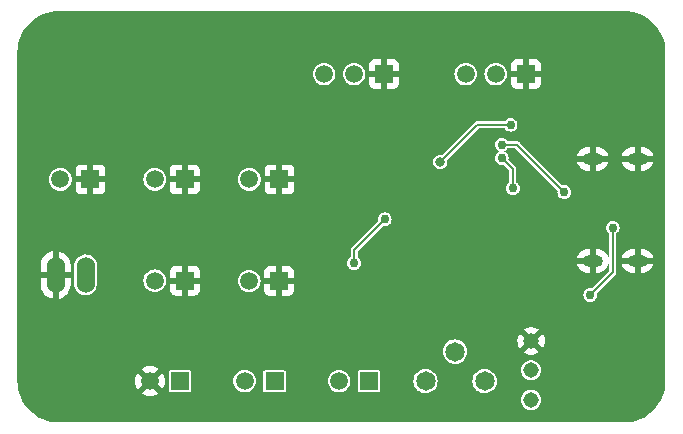
<source format=gbr>
%TF.GenerationSoftware,KiCad,Pcbnew,7.0.1*%
%TF.CreationDate,2023-03-31T01:00:54+09:00*%
%TF.ProjectId,USB_JST-XH_Converter,5553425f-4a53-4542-9d58-485f436f6e76,rev?*%
%TF.SameCoordinates,Original*%
%TF.FileFunction,Copper,L2,Bot*%
%TF.FilePolarity,Positive*%
%FSLAX46Y46*%
G04 Gerber Fmt 4.6, Leading zero omitted, Abs format (unit mm)*
G04 Created by KiCad (PCBNEW 7.0.1) date 2023-03-31 01:00:54*
%MOMM*%
%LPD*%
G01*
G04 APERTURE LIST*
%TA.AperFunction,ComponentPad*%
%ADD10R,1.508000X1.508000*%
%TD*%
%TA.AperFunction,ComponentPad*%
%ADD11C,1.508000*%
%TD*%
%TA.AperFunction,ComponentPad*%
%ADD12C,1.308000*%
%TD*%
%TA.AperFunction,ComponentPad*%
%ADD13C,7.010400*%
%TD*%
%TA.AperFunction,ComponentPad*%
%ADD14C,1.650000*%
%TD*%
%TA.AperFunction,ComponentPad*%
%ADD15O,1.524000X3.048000*%
%TD*%
%TA.AperFunction,ComponentPad*%
%ADD16O,1.700000X1.000000*%
%TD*%
%TA.AperFunction,ViaPad*%
%ADD17C,1.406400*%
%TD*%
%TA.AperFunction,ViaPad*%
%ADD18C,0.756400*%
%TD*%
%TA.AperFunction,ViaPad*%
%ADD19C,0.800000*%
%TD*%
%TA.AperFunction,ViaPad*%
%ADD20C,0.756000*%
%TD*%
%TA.AperFunction,Conductor*%
%ADD21C,0.200000*%
%TD*%
G04 APERTURE END LIST*
D10*
%TO.P,PORT2,1*%
%TO.N,GND*%
X135231100Y-101854000D03*
D11*
%TO.P,PORT2,2*%
%TO.N,VCC*%
X132691100Y-101854000D03*
%TD*%
D10*
%TO.P,PORT3,1*%
%TO.N,GND*%
X143256000Y-101854000D03*
D11*
%TO.P,PORT3,2*%
%TO.N,VCC*%
X140716000Y-101854000D03*
%TD*%
D10*
%TO.P,PORT4,1*%
%TO.N,GND*%
X135241100Y-110418600D03*
D11*
%TO.P,PORT4,2*%
%TO.N,VCC*%
X132701100Y-110418600D03*
%TD*%
D10*
%TO.P,PORT5,1*%
%TO.N,GND*%
X143231100Y-110448600D03*
D11*
%TO.P,PORT5,2*%
%TO.N,VCC*%
X140691100Y-110448600D03*
%TD*%
D12*
%TO.P,SW1,C*%
%TO.N,SWITCH*%
X164571100Y-118018600D03*
%TO.P,SW1,L*%
%TO.N,Net-(SW1-PadL)*%
X164571100Y-120518600D03*
%TO.P,SW1,R*%
%TO.N,GND*%
X164571100Y-115518600D03*
%TD*%
D13*
%TO.P,H1,P$1*%
%TO.N,GND*%
X125131100Y-91628600D03*
%TD*%
%TO.P,H2,P$1*%
%TO.N,GND*%
X125131100Y-118328600D03*
%TD*%
%TO.P,H3,P$1*%
%TO.N,GND*%
X171871100Y-91628600D03*
%TD*%
D10*
%TO.P,SWITCH,1*%
%TO.N,SWITCH*%
X134841100Y-118928600D03*
D11*
%TO.P,SWITCH,2*%
%TO.N,GND*%
X132301100Y-118928600D03*
%TD*%
D10*
%TO.P,CTRL,1*%
%TO.N,SWITCH*%
X142841100Y-118928600D03*
D11*
%TO.P,CTRL,2*%
%TO.N,Net-(CTRL1-Pad2)*%
X140301100Y-118928600D03*
%TD*%
D10*
%TO.P,CTRLSP,1*%
%TO.N,Net-(CTRL_I1-Pad1)*%
X150841100Y-118928600D03*
D11*
%TO.P,CTRLSP,2*%
%TO.N,Net-(CTRL_I1-Pad2)*%
X148301100Y-118928600D03*
%TD*%
D14*
%TO.P,TP1,CENTER*%
%TO.N,Net-(R6-PadLEFT)*%
X158121100Y-116428600D03*
%TO.P,TP1,LEFT*%
%TO.N,Net-(R7-PadRIGHT)*%
X155621100Y-118928600D03*
%TO.P,TP1,RIGHT*%
%TO.N,Net-(R6-PadLEFT)*%
X160621100Y-118928600D03*
%TD*%
D15*
%TO.P,JP1,1*%
%TO.N,SWITCH*%
X126841100Y-109928600D03*
%TO.P,JP1,2*%
%TO.N,GND*%
X124301100Y-109928600D03*
%TD*%
D10*
%TO.P,POWER,1*%
%TO.N,GND*%
X152111100Y-92928600D03*
D11*
%TO.P,POWER,2*%
%TO.N,CC*%
X149571100Y-92928600D03*
%TO.P,POWER,3*%
%TO.N,VCC_P*%
X147031100Y-92928600D03*
%TD*%
D16*
%TO.P,USB1,SHIELD1*%
%TO.N,GND*%
X169771100Y-108748600D03*
%TO.P,USB1,SHIELD2*%
X169771100Y-100108600D03*
%TO.P,USB1,SHIELD3*%
X173571100Y-108748600D03*
%TO.P,USB1,SHIELD4*%
X173571100Y-100108600D03*
%TD*%
D10*
%TO.P,PORT1,1*%
%TO.N,GND*%
X127254000Y-101854000D03*
D11*
%TO.P,PORT1,2*%
%TO.N,VCC*%
X124714000Y-101854000D03*
%TD*%
D13*
%TO.P,H4,P$1*%
%TO.N,GND*%
X171871100Y-118328600D03*
%TD*%
D10*
%TO.P,THRU,1*%
%TO.N,GND*%
X164111100Y-92928600D03*
D11*
%TO.P,THRU,2*%
%TO.N,CC*%
X161571100Y-92928600D03*
%TO.P,THRU,3*%
%TO.N,VCC_P*%
X159031100Y-92928600D03*
%TD*%
D17*
%TO.N,GND*%
X171871100Y-94180400D03*
D18*
X143571100Y-94928600D03*
D17*
X126935493Y-89824207D03*
X122579300Y-118328600D03*
D18*
X154801700Y-110028600D03*
D17*
X123326706Y-89824207D03*
X170066706Y-93432994D03*
X169319300Y-118328600D03*
X127682900Y-118328600D03*
X125131100Y-120880400D03*
X127682900Y-91628600D03*
X123326706Y-93432994D03*
X174422900Y-91628600D03*
X171871100Y-120880400D03*
D18*
X161971100Y-105328600D03*
D17*
X125131100Y-94180400D03*
X170066706Y-120132994D03*
X174422900Y-118328600D03*
X123326706Y-116524207D03*
D18*
X160771100Y-112828600D03*
D17*
X122579300Y-91628600D03*
X126935493Y-93432994D03*
X171871100Y-115776800D03*
X125131100Y-115776800D03*
X170066706Y-89824207D03*
X173675493Y-116524207D03*
X125131100Y-89076800D03*
X173675493Y-89824207D03*
X171871100Y-89076800D03*
X173675493Y-93432994D03*
X170066706Y-116524207D03*
X123326706Y-120132994D03*
X126935493Y-120132994D03*
X126935493Y-116524207D03*
X169319300Y-91628600D03*
D18*
X143571100Y-90428600D03*
D17*
X173675493Y-120132994D03*
D18*
%TO.N,CC1*%
X162071100Y-100025000D03*
X163025000Y-102600000D03*
%TO.N,CC2*%
X162075000Y-98900000D03*
X167371100Y-102928600D03*
%TO.N,VCC_P*%
X169571100Y-111628600D03*
X171471100Y-105928600D03*
%TO.N,Net-(FET1-PadD)*%
X152171100Y-105228600D03*
X149571100Y-108928600D03*
D19*
%TO.N,OUT*%
X156875000Y-100350000D03*
D20*
X162825000Y-97225000D03*
%TD*%
D21*
%TO.N,GND*%
X154801700Y-110028600D02*
X153401700Y-108628600D01*
X154571100Y-108628600D02*
X153401700Y-108628600D01*
X154571100Y-108628600D02*
X154571100Y-107928600D01*
%TO.N,CC1*%
X163001700Y-102576700D02*
X163025000Y-102600000D01*
X163001700Y-100955600D02*
X163001700Y-102576700D01*
X163001700Y-100955600D02*
X162071100Y-100025000D01*
%TO.N,CC2*%
X162075000Y-98900000D02*
X163342500Y-98900000D01*
X163342500Y-98900000D02*
X167371100Y-102928600D01*
%TO.N,VCC_P*%
X169571100Y-111628600D02*
X171471100Y-109728600D01*
X171471100Y-109728600D02*
X171471100Y-105928600D01*
%TO.N,Net-(FET1-PadD)*%
X149571100Y-108928600D02*
X149571100Y-107828600D01*
X152171100Y-105228600D02*
X149571100Y-107828600D01*
%TO.N,OUT*%
X160000000Y-97225000D02*
X162825000Y-97225000D01*
X160000000Y-97225000D02*
X156875000Y-100350000D01*
%TD*%
%TA.AperFunction,Conductor*%
%TO.N,GND*%
G36*
X172432300Y-87579158D02*
G01*
X172771715Y-87595833D01*
X172776476Y-87596301D01*
X173111450Y-87645990D01*
X173116140Y-87646923D01*
X173386683Y-87714690D01*
X173444615Y-87729202D01*
X173449217Y-87730598D01*
X173768043Y-87844676D01*
X173772485Y-87846517D01*
X174078578Y-87991288D01*
X174082803Y-87993545D01*
X174263480Y-88101839D01*
X174373257Y-88167637D01*
X174377255Y-88170309D01*
X174513238Y-88271161D01*
X174649227Y-88372017D01*
X174652939Y-88375063D01*
X174903835Y-88602463D01*
X174907236Y-88605864D01*
X175134636Y-88856760D01*
X175137686Y-88860477D01*
X175339390Y-89132444D01*
X175342062Y-89136442D01*
X175516149Y-89426888D01*
X175518415Y-89431129D01*
X175663182Y-89737214D01*
X175665023Y-89741656D01*
X175779101Y-90060482D01*
X175780497Y-90065084D01*
X175862773Y-90393546D01*
X175863711Y-90398262D01*
X175913396Y-90733211D01*
X175913867Y-90737997D01*
X175930541Y-91077399D01*
X175930600Y-91079803D01*
X175930600Y-118927397D01*
X175930541Y-118929801D01*
X175913867Y-119269202D01*
X175913396Y-119273988D01*
X175863711Y-119608937D01*
X175862773Y-119613653D01*
X175780497Y-119942115D01*
X175779101Y-119946717D01*
X175665023Y-120265543D01*
X175663182Y-120269985D01*
X175518415Y-120576070D01*
X175516149Y-120580311D01*
X175342062Y-120870757D01*
X175339390Y-120874755D01*
X175137686Y-121146722D01*
X175134636Y-121150439D01*
X174907236Y-121401335D01*
X174903835Y-121404736D01*
X174652939Y-121632136D01*
X174649222Y-121635186D01*
X174377255Y-121836890D01*
X174373257Y-121839562D01*
X174082811Y-122013649D01*
X174078570Y-122015915D01*
X173772485Y-122160682D01*
X173768043Y-122162523D01*
X173449217Y-122276601D01*
X173444615Y-122277997D01*
X173116153Y-122360273D01*
X173111437Y-122361211D01*
X172776488Y-122410896D01*
X172771702Y-122411367D01*
X172432301Y-122428041D01*
X172429897Y-122428100D01*
X124572303Y-122428100D01*
X124569899Y-122428041D01*
X124230497Y-122411367D01*
X124225711Y-122410896D01*
X123890762Y-122361211D01*
X123886046Y-122360273D01*
X123557584Y-122277997D01*
X123552982Y-122276601D01*
X123234156Y-122162523D01*
X123229714Y-122160682D01*
X122923629Y-122015915D01*
X122919388Y-122013649D01*
X122628942Y-121839562D01*
X122624944Y-121836890D01*
X122352977Y-121635186D01*
X122349260Y-121632136D01*
X122098364Y-121404736D01*
X122094963Y-121401335D01*
X121867563Y-121150439D01*
X121864513Y-121146722D01*
X121662809Y-120874755D01*
X121660137Y-120870757D01*
X121556134Y-120697239D01*
X121486045Y-120580303D01*
X121483788Y-120576078D01*
X121456603Y-120518600D01*
X163711893Y-120518600D01*
X163730669Y-120697239D01*
X163786176Y-120868073D01*
X163875987Y-121023629D01*
X163996177Y-121157114D01*
X164141494Y-121262694D01*
X164141495Y-121262694D01*
X164141496Y-121262695D01*
X164305590Y-121335754D01*
X164368006Y-121349021D01*
X164481287Y-121373100D01*
X164481288Y-121373100D01*
X164660912Y-121373100D01*
X164660913Y-121373100D01*
X164719477Y-121360651D01*
X164836610Y-121335754D01*
X165000704Y-121262695D01*
X165146022Y-121157115D01*
X165266213Y-121023629D01*
X165356025Y-120868071D01*
X165411531Y-120697239D01*
X165430307Y-120518600D01*
X165411531Y-120339961D01*
X165356025Y-120169129D01*
X165266213Y-120013571D01*
X165146022Y-119880085D01*
X165131163Y-119869289D01*
X165000705Y-119774505D01*
X164836608Y-119701445D01*
X164660913Y-119664100D01*
X164660912Y-119664100D01*
X164481288Y-119664100D01*
X164481287Y-119664100D01*
X164305591Y-119701445D01*
X164141495Y-119774505D01*
X163996177Y-119880085D01*
X163875987Y-120013570D01*
X163786176Y-120169126D01*
X163730669Y-120339960D01*
X163711893Y-120518600D01*
X121456603Y-120518600D01*
X121339017Y-120269985D01*
X121337176Y-120265543D01*
X121223098Y-119946717D01*
X121221702Y-119942115D01*
X121205151Y-119876039D01*
X121139423Y-119613640D01*
X121138490Y-119608950D01*
X121088801Y-119273976D01*
X121088333Y-119269215D01*
X121071658Y-118929800D01*
X121071600Y-118927397D01*
X121071600Y-118396363D01*
X123276888Y-118396363D01*
X123306513Y-118665615D01*
X123375028Y-118927689D01*
X123480970Y-119176990D01*
X123570043Y-119322942D01*
X123622082Y-119408210D01*
X123711352Y-119515479D01*
X123789127Y-119608937D01*
X123795355Y-119616420D01*
X123997098Y-119797182D01*
X124223010Y-119946644D01*
X124468276Y-120061620D01*
X124613724Y-120105379D01*
X124727665Y-120139659D01*
X124727666Y-120139659D01*
X124727669Y-120139660D01*
X124995661Y-120179100D01*
X125198731Y-120179100D01*
X125198735Y-120179100D01*
X125299993Y-120171688D01*
X125401256Y-120164277D01*
X125665653Y-120105380D01*
X125918658Y-120008614D01*
X125964885Y-119982670D01*
X131606238Y-119982670D01*
X131667691Y-120025699D01*
X131867822Y-120119022D01*
X132081114Y-120176174D01*
X132301100Y-120195420D01*
X132521085Y-120176174D01*
X132734377Y-120119022D01*
X132934513Y-120025698D01*
X132995960Y-119982672D01*
X132995960Y-119982669D01*
X132715642Y-119702351D01*
X133886600Y-119702351D01*
X133898232Y-119760829D01*
X133942547Y-119827152D01*
X133975708Y-119849309D01*
X134008869Y-119871467D01*
X134023489Y-119874375D01*
X134067349Y-119883100D01*
X134067352Y-119883100D01*
X135614848Y-119883100D01*
X135614851Y-119883100D01*
X135650346Y-119876039D01*
X135673331Y-119871467D01*
X135739652Y-119827152D01*
X135783967Y-119760831D01*
X135790880Y-119726077D01*
X135795600Y-119702351D01*
X135795600Y-118928599D01*
X139341982Y-118928599D01*
X139360410Y-119115715D01*
X139414991Y-119295640D01*
X139503621Y-119461455D01*
X139503623Y-119461457D01*
X139622901Y-119606799D01*
X139738229Y-119701445D01*
X139768244Y-119726078D01*
X139901270Y-119797182D01*
X139934061Y-119814709D01*
X139975080Y-119827152D01*
X140113984Y-119869289D01*
X140130760Y-119870941D01*
X140301100Y-119887718D01*
X140488215Y-119869289D01*
X140668139Y-119814709D01*
X140833957Y-119726077D01*
X140862867Y-119702351D01*
X141886600Y-119702351D01*
X141898232Y-119760829D01*
X141942547Y-119827152D01*
X141975708Y-119849309D01*
X142008869Y-119871467D01*
X142023489Y-119874375D01*
X142067349Y-119883100D01*
X142067352Y-119883100D01*
X143614848Y-119883100D01*
X143614851Y-119883100D01*
X143650346Y-119876039D01*
X143673331Y-119871467D01*
X143739652Y-119827152D01*
X143783967Y-119760831D01*
X143790880Y-119726077D01*
X143795600Y-119702351D01*
X143795600Y-118928599D01*
X147341982Y-118928599D01*
X147360410Y-119115715D01*
X147414991Y-119295640D01*
X147503621Y-119461455D01*
X147503623Y-119461457D01*
X147622901Y-119606799D01*
X147738229Y-119701445D01*
X147768244Y-119726078D01*
X147901270Y-119797182D01*
X147934061Y-119814709D01*
X147975080Y-119827152D01*
X148113984Y-119869289D01*
X148130760Y-119870941D01*
X148301100Y-119887718D01*
X148488215Y-119869289D01*
X148668139Y-119814709D01*
X148833957Y-119726077D01*
X148862867Y-119702351D01*
X149886600Y-119702351D01*
X149898232Y-119760829D01*
X149942547Y-119827152D01*
X149975708Y-119849309D01*
X150008869Y-119871467D01*
X150023489Y-119874375D01*
X150067349Y-119883100D01*
X150067352Y-119883100D01*
X151614848Y-119883100D01*
X151614851Y-119883100D01*
X151650346Y-119876039D01*
X151673331Y-119871467D01*
X151739652Y-119827152D01*
X151783967Y-119760831D01*
X151790880Y-119726077D01*
X151795600Y-119702351D01*
X151795600Y-118928600D01*
X154590638Y-118928600D01*
X154610437Y-119129633D01*
X154669077Y-119322942D01*
X154764300Y-119501092D01*
X154803273Y-119548580D01*
X154892453Y-119657247D01*
X155018671Y-119760831D01*
X155048607Y-119785399D01*
X155209629Y-119871467D01*
X155226759Y-119880623D01*
X155302554Y-119903615D01*
X155420066Y-119939262D01*
X155438090Y-119941037D01*
X155621100Y-119959062D01*
X155822133Y-119939262D01*
X156015441Y-119880623D01*
X156193594Y-119785398D01*
X156349747Y-119657247D01*
X156477898Y-119501094D01*
X156573123Y-119322941D01*
X156631762Y-119129633D01*
X156651562Y-118928600D01*
X159590638Y-118928600D01*
X159610437Y-119129633D01*
X159669077Y-119322942D01*
X159764300Y-119501092D01*
X159803273Y-119548580D01*
X159892453Y-119657247D01*
X160018671Y-119760831D01*
X160048607Y-119785399D01*
X160209629Y-119871467D01*
X160226759Y-119880623D01*
X160302554Y-119903615D01*
X160420066Y-119939262D01*
X160438090Y-119941037D01*
X160621100Y-119959062D01*
X160822133Y-119939262D01*
X161015441Y-119880623D01*
X161193594Y-119785398D01*
X161349747Y-119657247D01*
X161477898Y-119501094D01*
X161573123Y-119322941D01*
X161631762Y-119129633D01*
X161651562Y-118928600D01*
X161631762Y-118727567D01*
X161573123Y-118534259D01*
X161499085Y-118395744D01*
X161477899Y-118356107D01*
X161377474Y-118233739D01*
X161349747Y-118199953D01*
X161193594Y-118071802D01*
X161193595Y-118071802D01*
X161193592Y-118071800D01*
X161094062Y-118018600D01*
X163711893Y-118018600D01*
X163730669Y-118197239D01*
X163782287Y-118356106D01*
X163786176Y-118368073D01*
X163802152Y-118395744D01*
X163875987Y-118523629D01*
X163996178Y-118657115D01*
X164050871Y-118696852D01*
X164141494Y-118762694D01*
X164141495Y-118762694D01*
X164141496Y-118762695D01*
X164305590Y-118835754D01*
X164393439Y-118854427D01*
X164481287Y-118873100D01*
X164481288Y-118873100D01*
X164660912Y-118873100D01*
X164660913Y-118873100D01*
X164719477Y-118860651D01*
X164836610Y-118835754D01*
X165000704Y-118762695D01*
X165146022Y-118657115D01*
X165266213Y-118523629D01*
X165339691Y-118396363D01*
X170016888Y-118396363D01*
X170046513Y-118665615D01*
X170115028Y-118927689D01*
X170220970Y-119176990D01*
X170310043Y-119322942D01*
X170362082Y-119408210D01*
X170451352Y-119515479D01*
X170529127Y-119608937D01*
X170535355Y-119616420D01*
X170737098Y-119797182D01*
X170963010Y-119946644D01*
X171208276Y-120061620D01*
X171353724Y-120105379D01*
X171467665Y-120139659D01*
X171467666Y-120139659D01*
X171467669Y-120139660D01*
X171735661Y-120179100D01*
X171938731Y-120179100D01*
X171938735Y-120179100D01*
X172039993Y-120171688D01*
X172141256Y-120164277D01*
X172405653Y-120105380D01*
X172658658Y-120008614D01*
X172894877Y-119876041D01*
X173109277Y-119710488D01*
X173297286Y-119515481D01*
X173454899Y-119295179D01*
X173578756Y-119054275D01*
X173621221Y-118929801D01*
X173666217Y-118797909D01*
X173666218Y-118797905D01*
X173715419Y-118531533D01*
X173725312Y-118260835D01*
X173695686Y-117991582D01*
X173627172Y-117729512D01*
X173521230Y-117480210D01*
X173380118Y-117248990D01*
X173206845Y-117040780D01*
X173005102Y-116860018D01*
X172779190Y-116710556D01*
X172779187Y-116710554D01*
X172533922Y-116595579D01*
X172274534Y-116517540D01*
X172073537Y-116487960D01*
X172006539Y-116478100D01*
X171803469Y-116478100D01*
X171803465Y-116478100D01*
X171600947Y-116492922D01*
X171336545Y-116551820D01*
X171083540Y-116648586D01*
X170847320Y-116781160D01*
X170632926Y-116946709D01*
X170632923Y-116946711D01*
X170632923Y-116946712D01*
X170580493Y-117001094D01*
X170444913Y-117141720D01*
X170287302Y-117362018D01*
X170163441Y-117602930D01*
X170075982Y-117859290D01*
X170026780Y-118125669D01*
X170016888Y-118396363D01*
X165339691Y-118396363D01*
X165356025Y-118368071D01*
X165411531Y-118197239D01*
X165430307Y-118018600D01*
X165411531Y-117839961D01*
X165356025Y-117669129D01*
X165266213Y-117513571D01*
X165146022Y-117380085D01*
X165121155Y-117362018D01*
X165000705Y-117274505D01*
X164836608Y-117201445D01*
X164660913Y-117164100D01*
X164660912Y-117164100D01*
X164481288Y-117164100D01*
X164481287Y-117164100D01*
X164305591Y-117201445D01*
X164141495Y-117274505D01*
X163996177Y-117380085D01*
X163875987Y-117513570D01*
X163786176Y-117669126D01*
X163730669Y-117839960D01*
X163714732Y-117991584D01*
X163711893Y-118018600D01*
X161094062Y-118018600D01*
X161015442Y-117976577D01*
X160822133Y-117917937D01*
X160621100Y-117898138D01*
X160420066Y-117917937D01*
X160226757Y-117976577D01*
X160048607Y-118071800D01*
X159892453Y-118199953D01*
X159764300Y-118356107D01*
X159669077Y-118534257D01*
X159610437Y-118727566D01*
X159590638Y-118928600D01*
X156651562Y-118928600D01*
X156631762Y-118727567D01*
X156573123Y-118534259D01*
X156499085Y-118395744D01*
X156477899Y-118356107D01*
X156377474Y-118233739D01*
X156349747Y-118199953D01*
X156193594Y-118071802D01*
X156193595Y-118071802D01*
X156193592Y-118071800D01*
X156015442Y-117976577D01*
X155822133Y-117917937D01*
X155621100Y-117898138D01*
X155420066Y-117917937D01*
X155226757Y-117976577D01*
X155048607Y-118071800D01*
X154892453Y-118199953D01*
X154764300Y-118356107D01*
X154669077Y-118534257D01*
X154610437Y-118727566D01*
X154590638Y-118928600D01*
X151795600Y-118928600D01*
X151795600Y-118154849D01*
X151783967Y-118096370D01*
X151783967Y-118096369D01*
X151761809Y-118063208D01*
X151739652Y-118030047D01*
X151682087Y-117991584D01*
X151673331Y-117985733D01*
X151673330Y-117985732D01*
X151673329Y-117985732D01*
X151614851Y-117974100D01*
X151614848Y-117974100D01*
X150067352Y-117974100D01*
X150067349Y-117974100D01*
X150008870Y-117985732D01*
X149942547Y-118030047D01*
X149898232Y-118096370D01*
X149886600Y-118154849D01*
X149886600Y-119702351D01*
X148862867Y-119702351D01*
X148979299Y-119606799D01*
X149098577Y-119461457D01*
X149187209Y-119295639D01*
X149241789Y-119115715D01*
X149260218Y-118928600D01*
X149241789Y-118741485D01*
X149187209Y-118561561D01*
X149166934Y-118523629D01*
X149098578Y-118395744D01*
X149066048Y-118356106D01*
X148979299Y-118250401D01*
X148862871Y-118154852D01*
X148833955Y-118131121D01*
X148668140Y-118042491D01*
X148488215Y-117987910D01*
X148301100Y-117969482D01*
X148113984Y-117987910D01*
X147934059Y-118042491D01*
X147768244Y-118131121D01*
X147622901Y-118250401D01*
X147503621Y-118395744D01*
X147414991Y-118561559D01*
X147360410Y-118741484D01*
X147341982Y-118928599D01*
X143795600Y-118928599D01*
X143795600Y-118154849D01*
X143783967Y-118096370D01*
X143783967Y-118096369D01*
X143761809Y-118063208D01*
X143739652Y-118030047D01*
X143682087Y-117991584D01*
X143673331Y-117985733D01*
X143673330Y-117985732D01*
X143673329Y-117985732D01*
X143614851Y-117974100D01*
X143614848Y-117974100D01*
X142067352Y-117974100D01*
X142067349Y-117974100D01*
X142008870Y-117985732D01*
X141942547Y-118030047D01*
X141898232Y-118096370D01*
X141886600Y-118154849D01*
X141886600Y-119702351D01*
X140862867Y-119702351D01*
X140979299Y-119606799D01*
X141098577Y-119461457D01*
X141187209Y-119295639D01*
X141241789Y-119115715D01*
X141260218Y-118928600D01*
X141241789Y-118741485D01*
X141187209Y-118561561D01*
X141166934Y-118523629D01*
X141098578Y-118395744D01*
X141066048Y-118356106D01*
X140979299Y-118250401D01*
X140862871Y-118154852D01*
X140833955Y-118131121D01*
X140668140Y-118042491D01*
X140488215Y-117987910D01*
X140301100Y-117969482D01*
X140113984Y-117987910D01*
X139934059Y-118042491D01*
X139768244Y-118131121D01*
X139622901Y-118250401D01*
X139503621Y-118395744D01*
X139414991Y-118561559D01*
X139360410Y-118741484D01*
X139341982Y-118928599D01*
X135795600Y-118928599D01*
X135795600Y-118154849D01*
X135783967Y-118096370D01*
X135783967Y-118096369D01*
X135761809Y-118063208D01*
X135739652Y-118030047D01*
X135682087Y-117991584D01*
X135673331Y-117985733D01*
X135673330Y-117985732D01*
X135673329Y-117985732D01*
X135614851Y-117974100D01*
X135614848Y-117974100D01*
X134067352Y-117974100D01*
X134067349Y-117974100D01*
X134008870Y-117985732D01*
X133942547Y-118030047D01*
X133898232Y-118096370D01*
X133886600Y-118154849D01*
X133886600Y-119702351D01*
X132715642Y-119702351D01*
X132301100Y-119287810D01*
X131606238Y-119982670D01*
X125964885Y-119982670D01*
X126154877Y-119876041D01*
X126369277Y-119710488D01*
X126557286Y-119515481D01*
X126714899Y-119295179D01*
X126838756Y-119054275D01*
X126881221Y-118929801D01*
X126881631Y-118928599D01*
X131034279Y-118928599D01*
X131053525Y-119148585D01*
X131110677Y-119361877D01*
X131204000Y-119562008D01*
X131247028Y-119623460D01*
X131941890Y-118928601D01*
X132660310Y-118928601D01*
X133355169Y-119623460D01*
X133355172Y-119623460D01*
X133398198Y-119562013D01*
X133491522Y-119361877D01*
X133548674Y-119148585D01*
X133567920Y-118928600D01*
X133548674Y-118708614D01*
X133491522Y-118495322D01*
X133398198Y-118295187D01*
X133355171Y-118233739D01*
X133355168Y-118233739D01*
X132660310Y-118928600D01*
X132660310Y-118928601D01*
X131941890Y-118928601D01*
X131941890Y-118928599D01*
X131247029Y-118233739D01*
X131204000Y-118295192D01*
X131110677Y-118495322D01*
X131053525Y-118708614D01*
X131034279Y-118928599D01*
X126881631Y-118928599D01*
X126926217Y-118797909D01*
X126926218Y-118797905D01*
X126975419Y-118531533D01*
X126985312Y-118260835D01*
X126955686Y-117991582D01*
X126925084Y-117874529D01*
X131606239Y-117874529D01*
X132301099Y-118569389D01*
X132995960Y-117874528D01*
X132934508Y-117831500D01*
X132734377Y-117738177D01*
X132521085Y-117681025D01*
X132301100Y-117661779D01*
X132081114Y-117681025D01*
X131867822Y-117738177D01*
X131667692Y-117831500D01*
X131606239Y-117874529D01*
X126925084Y-117874529D01*
X126887172Y-117729512D01*
X126781230Y-117480210D01*
X126640118Y-117248990D01*
X126466845Y-117040780D01*
X126265102Y-116860018D01*
X126039190Y-116710556D01*
X126039187Y-116710554D01*
X125793922Y-116595579D01*
X125534534Y-116517540D01*
X125333537Y-116487960D01*
X125266539Y-116478100D01*
X125063469Y-116478100D01*
X125063465Y-116478100D01*
X124860947Y-116492922D01*
X124596545Y-116551820D01*
X124343540Y-116648586D01*
X124107320Y-116781160D01*
X123892926Y-116946709D01*
X123892923Y-116946711D01*
X123892923Y-116946712D01*
X123840493Y-117001094D01*
X123704913Y-117141720D01*
X123547302Y-117362018D01*
X123423441Y-117602930D01*
X123335982Y-117859290D01*
X123286780Y-118125669D01*
X123276888Y-118396363D01*
X121071600Y-118396363D01*
X121071600Y-116428600D01*
X157090638Y-116428600D01*
X157110437Y-116629633D01*
X157169077Y-116822942D01*
X157264300Y-117001092D01*
X157264302Y-117001094D01*
X157392453Y-117157247D01*
X157504243Y-117248990D01*
X157548607Y-117285399D01*
X157691957Y-117362021D01*
X157726759Y-117380623D01*
X157835893Y-117413728D01*
X157920066Y-117439262D01*
X157938090Y-117441037D01*
X158121100Y-117459062D01*
X158322133Y-117439262D01*
X158515441Y-117380623D01*
X158693594Y-117285398D01*
X158849747Y-117157247D01*
X158977898Y-117001094D01*
X159073123Y-116822941D01*
X159131762Y-116629633D01*
X159144526Y-116500040D01*
X163948869Y-116500040D01*
X164050934Y-116563236D01*
X164251738Y-116641027D01*
X164463427Y-116680600D01*
X164678773Y-116680600D01*
X164890461Y-116641027D01*
X165091270Y-116563235D01*
X165193329Y-116500041D01*
X165193329Y-116500039D01*
X164571100Y-115877810D01*
X163948869Y-116500039D01*
X163948869Y-116500040D01*
X159144526Y-116500040D01*
X159151562Y-116428600D01*
X159131762Y-116227567D01*
X159073123Y-116034259D01*
X159073122Y-116034257D01*
X158977899Y-115856107D01*
X158958412Y-115832362D01*
X158849747Y-115699953D01*
X158693594Y-115571802D01*
X158693595Y-115571802D01*
X158693592Y-115571800D01*
X158594062Y-115518600D01*
X163404121Y-115518600D01*
X163423992Y-115733034D01*
X163482923Y-115940159D01*
X163578913Y-116132933D01*
X163586933Y-116143554D01*
X163586934Y-116143554D01*
X164211890Y-115518601D01*
X164211890Y-115518600D01*
X164930310Y-115518600D01*
X165555264Y-116143555D01*
X165563285Y-116132935D01*
X165659276Y-115940159D01*
X165718207Y-115733034D01*
X165738078Y-115518600D01*
X165718207Y-115304165D01*
X165659276Y-115097040D01*
X165563286Y-114904266D01*
X165555264Y-114893643D01*
X164930310Y-115518600D01*
X164211890Y-115518600D01*
X163586934Y-114893643D01*
X163578914Y-114904264D01*
X163482923Y-115097040D01*
X163423992Y-115304165D01*
X163404121Y-115518600D01*
X158594062Y-115518600D01*
X158515442Y-115476577D01*
X158322133Y-115417937D01*
X158121100Y-115398138D01*
X157920066Y-115417937D01*
X157726757Y-115476577D01*
X157548607Y-115571800D01*
X157392453Y-115699953D01*
X157264300Y-115856107D01*
X157169077Y-116034257D01*
X157110437Y-116227566D01*
X157090638Y-116428600D01*
X121071600Y-116428600D01*
X121071600Y-114537159D01*
X163948869Y-114537159D01*
X164571099Y-115159389D01*
X165193329Y-114537159D01*
X165193329Y-114537158D01*
X165091265Y-114473963D01*
X164890461Y-114396172D01*
X164678773Y-114356600D01*
X164463427Y-114356600D01*
X164251738Y-114396172D01*
X164050934Y-114473963D01*
X163948869Y-114537158D01*
X163948869Y-114537159D01*
X121071600Y-114537159D01*
X121071600Y-110182600D01*
X123031100Y-110182600D01*
X123031100Y-110747630D01*
X123046459Y-110918286D01*
X123107276Y-111138652D01*
X123206461Y-111344610D01*
X123340835Y-111529560D01*
X123506067Y-111687539D01*
X123696853Y-111813476D01*
X123907064Y-111903324D01*
X124047099Y-111935286D01*
X124047100Y-111935287D01*
X124047100Y-110182600D01*
X124555100Y-110182600D01*
X124555100Y-111937791D01*
X124584845Y-111933762D01*
X124802259Y-111863119D01*
X125003566Y-111754791D01*
X125182296Y-111612260D01*
X125332705Y-111440102D01*
X125449956Y-111243855D01*
X125530279Y-111029837D01*
X125571100Y-110804900D01*
X125571100Y-110739415D01*
X125878600Y-110739415D01*
X125882890Y-110781608D01*
X125893439Y-110885349D01*
X125952041Y-111072125D01*
X126047041Y-111243282D01*
X126174547Y-111391810D01*
X126329347Y-111511634D01*
X126505091Y-111597840D01*
X126505095Y-111597841D01*
X126694599Y-111646908D01*
X126890101Y-111656822D01*
X127083597Y-111627180D01*
X127267165Y-111559194D01*
X127433291Y-111455647D01*
X127575171Y-111320779D01*
X127602377Y-111281692D01*
X127648193Y-111215866D01*
X127686999Y-111160112D01*
X127764195Y-110980223D01*
X127803600Y-110788477D01*
X127803600Y-110418599D01*
X131741982Y-110418599D01*
X131760410Y-110605715D01*
X131814991Y-110785640D01*
X131903621Y-110951455D01*
X131903623Y-110951457D01*
X132022901Y-111096799D01*
X132100049Y-111160112D01*
X132168244Y-111216078D01*
X132233938Y-111251192D01*
X132334061Y-111304709D01*
X132432953Y-111334708D01*
X132513984Y-111359289D01*
X132530760Y-111360941D01*
X132701100Y-111377718D01*
X132888215Y-111359289D01*
X133068139Y-111304709D01*
X133233957Y-111216077D01*
X133379299Y-111096799D01*
X133498577Y-110951457D01*
X133587209Y-110785639D01*
X133621499Y-110672600D01*
X133979100Y-110672600D01*
X133979100Y-111221192D01*
X133985604Y-111281692D01*
X134036654Y-111418563D01*
X134124195Y-111535504D01*
X134241136Y-111623045D01*
X134378007Y-111674095D01*
X134438508Y-111680600D01*
X134987100Y-111680600D01*
X134987100Y-110672600D01*
X135495100Y-110672600D01*
X135495100Y-111680600D01*
X136043692Y-111680600D01*
X136104192Y-111674095D01*
X136241063Y-111623045D01*
X136358004Y-111535504D01*
X136445545Y-111418563D01*
X136496595Y-111281692D01*
X136503100Y-111221192D01*
X136503100Y-110672600D01*
X135495100Y-110672600D01*
X134987100Y-110672600D01*
X133979100Y-110672600D01*
X133621499Y-110672600D01*
X133641789Y-110605715D01*
X133657263Y-110448600D01*
X139731982Y-110448600D01*
X139750410Y-110635715D01*
X139804991Y-110815640D01*
X139893621Y-110981455D01*
X139893623Y-110981457D01*
X140012901Y-111126799D01*
X140121688Y-111216077D01*
X140158244Y-111246078D01*
X140267933Y-111304708D01*
X140324061Y-111334709D01*
X140425637Y-111365522D01*
X140503984Y-111389289D01*
X140520760Y-111390941D01*
X140691100Y-111407718D01*
X140878215Y-111389289D01*
X141058139Y-111334709D01*
X141223957Y-111246077D01*
X141369299Y-111126799D01*
X141488577Y-110981457D01*
X141577209Y-110815639D01*
X141611499Y-110702600D01*
X141969100Y-110702600D01*
X141969100Y-111251192D01*
X141975604Y-111311692D01*
X142026654Y-111448563D01*
X142114195Y-111565504D01*
X142231136Y-111653045D01*
X142368007Y-111704095D01*
X142428508Y-111710600D01*
X142977100Y-111710600D01*
X142977100Y-110702600D01*
X143485100Y-110702600D01*
X143485100Y-111710600D01*
X144033692Y-111710600D01*
X144094192Y-111704095D01*
X144231063Y-111653045D01*
X144263718Y-111628600D01*
X168987406Y-111628600D01*
X169007295Y-111779671D01*
X169065606Y-111920447D01*
X169065607Y-111920448D01*
X169158365Y-112041334D01*
X169233615Y-112099075D01*
X169279253Y-112134094D01*
X169420029Y-112192405D01*
X169571100Y-112212294D01*
X169722171Y-112192405D01*
X169862947Y-112134094D01*
X169983834Y-112041334D01*
X170076594Y-111920447D01*
X170134905Y-111779671D01*
X170154794Y-111628600D01*
X170139481Y-111512298D01*
X170141663Y-111490152D01*
X170153413Y-111471256D01*
X171643272Y-109981397D01*
X171654884Y-109973044D01*
X171655326Y-109972558D01*
X171655328Y-109972558D01*
X171687761Y-109936979D01*
X171689282Y-109935387D01*
X171703274Y-109921397D01*
X171705307Y-109918428D01*
X171709513Y-109913120D01*
X171731016Y-109889533D01*
X171736661Y-109874960D01*
X171741927Y-109864968D01*
X171750757Y-109852080D01*
X171758067Y-109820998D01*
X171760063Y-109814552D01*
X171771600Y-109784773D01*
X171771600Y-109769147D01*
X171772902Y-109757927D01*
X171776479Y-109742718D01*
X171772070Y-109711113D01*
X171771600Y-109704343D01*
X171771600Y-109002600D01*
X172244793Y-109002600D01*
X172285324Y-109136212D01*
X172378922Y-109311322D01*
X172504888Y-109464811D01*
X172658377Y-109590777D01*
X172833487Y-109684375D01*
X173023496Y-109742015D01*
X173171582Y-109756600D01*
X173317100Y-109756600D01*
X173317100Y-109002600D01*
X173825100Y-109002600D01*
X173825100Y-109756600D01*
X173970618Y-109756600D01*
X174118703Y-109742015D01*
X174308712Y-109684375D01*
X174483822Y-109590777D01*
X174637311Y-109464811D01*
X174763277Y-109311322D01*
X174856875Y-109136212D01*
X174897407Y-109002600D01*
X173825100Y-109002600D01*
X173317100Y-109002600D01*
X172244793Y-109002600D01*
X171771600Y-109002600D01*
X171771600Y-108494600D01*
X172244792Y-108494600D01*
X173317100Y-108494600D01*
X173317100Y-107740600D01*
X173825100Y-107740600D01*
X173825100Y-108494600D01*
X174897407Y-108494600D01*
X174856875Y-108360987D01*
X174763277Y-108185877D01*
X174637311Y-108032388D01*
X174483822Y-107906422D01*
X174308712Y-107812824D01*
X174118703Y-107755184D01*
X173970618Y-107740600D01*
X173825100Y-107740600D01*
X173317100Y-107740600D01*
X173171582Y-107740600D01*
X173023496Y-107755184D01*
X172833487Y-107812824D01*
X172658377Y-107906422D01*
X172504888Y-108032388D01*
X172378922Y-108185877D01*
X172285324Y-108360987D01*
X172244792Y-108494600D01*
X171771600Y-108494600D01*
X171771600Y-106451618D01*
X171776653Y-106429946D01*
X171790771Y-106412744D01*
X171883834Y-106341334D01*
X171883833Y-106341334D01*
X171976594Y-106220447D01*
X172034905Y-106079671D01*
X172054794Y-105928600D01*
X172034905Y-105777529D01*
X171976594Y-105636753D01*
X171941575Y-105591115D01*
X171883834Y-105515865D01*
X171762948Y-105423107D01*
X171762947Y-105423106D01*
X171622171Y-105364795D01*
X171471100Y-105344906D01*
X171320028Y-105364795D01*
X171179251Y-105423107D01*
X171058365Y-105515865D01*
X170965607Y-105636751D01*
X170965606Y-105636752D01*
X170965606Y-105636753D01*
X170948527Y-105677984D01*
X170907295Y-105777528D01*
X170902899Y-105810915D01*
X170887406Y-105928600D01*
X170907295Y-106079671D01*
X170965606Y-106220447D01*
X170965607Y-106220448D01*
X171058365Y-106341334D01*
X171151429Y-106412744D01*
X171165547Y-106429946D01*
X171170600Y-106451618D01*
X171170600Y-108405555D01*
X171158703Y-108437560D01*
X171128790Y-108454025D01*
X171095385Y-108446953D01*
X171074710Y-108419779D01*
X171056875Y-108360987D01*
X170963277Y-108185877D01*
X170837311Y-108032388D01*
X170683822Y-107906422D01*
X170508712Y-107812824D01*
X170318703Y-107755184D01*
X170170618Y-107740600D01*
X170025100Y-107740600D01*
X170025100Y-109756600D01*
X170170618Y-109756600D01*
X170318703Y-109742015D01*
X170508712Y-109684375D01*
X170683822Y-109590777D01*
X170837311Y-109464811D01*
X170963277Y-109311322D01*
X171056875Y-109136212D01*
X171074710Y-109077421D01*
X171095385Y-109050247D01*
X171128790Y-109043175D01*
X171158703Y-109059640D01*
X171170600Y-109091645D01*
X171170600Y-109583833D01*
X171166870Y-109602585D01*
X171156248Y-109618481D01*
X169728443Y-111046284D01*
X169709546Y-111058036D01*
X169687399Y-111060216D01*
X169571100Y-111044906D01*
X169420028Y-111064795D01*
X169279251Y-111123107D01*
X169158365Y-111215865D01*
X169065607Y-111336751D01*
X169007295Y-111477528D01*
X168989557Y-111612260D01*
X168987406Y-111628600D01*
X144263718Y-111628600D01*
X144348004Y-111565504D01*
X144435545Y-111448563D01*
X144486595Y-111311692D01*
X144493100Y-111251192D01*
X144493100Y-110702600D01*
X143485100Y-110702600D01*
X142977100Y-110702600D01*
X141969100Y-110702600D01*
X141611499Y-110702600D01*
X141631789Y-110635715D01*
X141650218Y-110448600D01*
X141631789Y-110261485D01*
X141622688Y-110231485D01*
X141611499Y-110194600D01*
X141969100Y-110194600D01*
X142977100Y-110194600D01*
X142977100Y-109186600D01*
X143485100Y-109186600D01*
X143485100Y-110194600D01*
X144493100Y-110194600D01*
X144493100Y-109646008D01*
X144486595Y-109585507D01*
X144435545Y-109448636D01*
X144348004Y-109331695D01*
X144231063Y-109244154D01*
X144094192Y-109193104D01*
X144033692Y-109186600D01*
X143485100Y-109186600D01*
X142977100Y-109186600D01*
X142428508Y-109186600D01*
X142368007Y-109193104D01*
X142231136Y-109244154D01*
X142114195Y-109331695D01*
X142026654Y-109448636D01*
X141975604Y-109585507D01*
X141969100Y-109646008D01*
X141969100Y-110194600D01*
X141611499Y-110194600D01*
X141577208Y-110081559D01*
X141488578Y-109915744D01*
X141463957Y-109885743D01*
X141369299Y-109770401D01*
X141223957Y-109651123D01*
X141223958Y-109651123D01*
X141223955Y-109651121D01*
X141058140Y-109562491D01*
X140878215Y-109507910D01*
X140691100Y-109489482D01*
X140503984Y-109507910D01*
X140324059Y-109562491D01*
X140158244Y-109651121D01*
X140012901Y-109770401D01*
X139893621Y-109915744D01*
X139804991Y-110081559D01*
X139750410Y-110261484D01*
X139731982Y-110448600D01*
X133657263Y-110448600D01*
X133660218Y-110418600D01*
X133641789Y-110231485D01*
X133621499Y-110164600D01*
X133979100Y-110164600D01*
X134987100Y-110164600D01*
X134987100Y-109156600D01*
X135495100Y-109156600D01*
X135495100Y-110164600D01*
X136503100Y-110164600D01*
X136503100Y-109616008D01*
X136496595Y-109555507D01*
X136445545Y-109418636D01*
X136358004Y-109301695D01*
X136241063Y-109214154D01*
X136104192Y-109163104D01*
X136043692Y-109156600D01*
X135495100Y-109156600D01*
X134987100Y-109156600D01*
X134438508Y-109156600D01*
X134378007Y-109163104D01*
X134241136Y-109214154D01*
X134124195Y-109301695D01*
X134036654Y-109418636D01*
X133985604Y-109555507D01*
X133979100Y-109616008D01*
X133979100Y-110164600D01*
X133621499Y-110164600D01*
X133587209Y-110051561D01*
X133544981Y-109972558D01*
X133498578Y-109885744D01*
X133480440Y-109863643D01*
X133379299Y-109740401D01*
X133278156Y-109657396D01*
X133233955Y-109621121D01*
X133068140Y-109532491D01*
X132888215Y-109477910D01*
X132701100Y-109459482D01*
X132513984Y-109477910D01*
X132334059Y-109532491D01*
X132168244Y-109621121D01*
X132022901Y-109740401D01*
X131903621Y-109885744D01*
X131814991Y-110051559D01*
X131760410Y-110231484D01*
X131741982Y-110418599D01*
X127803600Y-110418599D01*
X127803600Y-109117785D01*
X127788760Y-108971851D01*
X127775190Y-108928600D01*
X148987406Y-108928600D01*
X149007295Y-109079671D01*
X149065606Y-109220447D01*
X149065607Y-109220448D01*
X149158365Y-109341334D01*
X149233615Y-109399075D01*
X149279253Y-109434094D01*
X149420029Y-109492405D01*
X149571100Y-109512294D01*
X149722171Y-109492405D01*
X149862947Y-109434094D01*
X149983834Y-109341334D01*
X150076594Y-109220447D01*
X150134905Y-109079671D01*
X150145052Y-109002600D01*
X168444793Y-109002600D01*
X168485324Y-109136212D01*
X168578922Y-109311322D01*
X168704888Y-109464811D01*
X168858377Y-109590777D01*
X169033487Y-109684375D01*
X169223496Y-109742015D01*
X169371582Y-109756600D01*
X169517100Y-109756600D01*
X169517100Y-109002600D01*
X168444793Y-109002600D01*
X150145052Y-109002600D01*
X150154794Y-108928600D01*
X150134905Y-108777529D01*
X150076594Y-108636753D01*
X149999609Y-108536424D01*
X149983834Y-108515865D01*
X149956121Y-108494600D01*
X168444792Y-108494600D01*
X169517100Y-108494600D01*
X169517100Y-107740600D01*
X169371582Y-107740600D01*
X169223496Y-107755184D01*
X169033487Y-107812824D01*
X168858377Y-107906422D01*
X168704888Y-108032388D01*
X168578922Y-108185877D01*
X168485324Y-108360987D01*
X168444792Y-108494600D01*
X149956121Y-108494600D01*
X149890771Y-108444456D01*
X149876653Y-108427254D01*
X149871600Y-108405582D01*
X149871600Y-107973367D01*
X149885952Y-107938719D01*
X151411926Y-106412744D01*
X152013756Y-105810913D01*
X152032652Y-105799163D01*
X152054798Y-105796982D01*
X152171100Y-105812294D01*
X152322171Y-105792405D01*
X152462947Y-105734094D01*
X152583834Y-105641334D01*
X152676594Y-105520447D01*
X152734905Y-105379671D01*
X152754794Y-105228600D01*
X152734905Y-105077529D01*
X152676594Y-104936753D01*
X152641575Y-104891115D01*
X152583834Y-104815865D01*
X152462948Y-104723107D01*
X152462947Y-104723106D01*
X152322171Y-104664795D01*
X152171100Y-104644906D01*
X152020028Y-104664795D01*
X151879251Y-104723107D01*
X151758365Y-104815865D01*
X151665607Y-104936751D01*
X151607295Y-105077528D01*
X151587406Y-105228600D01*
X151602717Y-105344899D01*
X151600536Y-105367046D01*
X151588784Y-105385943D01*
X149398926Y-107575801D01*
X149387309Y-107584160D01*
X149354457Y-107620196D01*
X149352897Y-107621830D01*
X149338926Y-107635802D01*
X149336890Y-107638773D01*
X149332686Y-107644079D01*
X149311183Y-107667667D01*
X149305535Y-107682245D01*
X149300273Y-107692227D01*
X149291444Y-107705118D01*
X149284137Y-107736183D01*
X149282130Y-107742663D01*
X149270600Y-107772426D01*
X149270600Y-107788054D01*
X149269298Y-107799274D01*
X149265720Y-107814481D01*
X149270130Y-107846087D01*
X149270600Y-107852857D01*
X149270600Y-108405582D01*
X149265547Y-108427254D01*
X149251429Y-108444456D01*
X149158365Y-108515865D01*
X149065607Y-108636751D01*
X149007295Y-108777528D01*
X149006301Y-108785075D01*
X148987406Y-108928600D01*
X127775190Y-108928600D01*
X127730159Y-108785075D01*
X127635159Y-108613919D01*
X127635158Y-108613917D01*
X127507652Y-108465389D01*
X127352852Y-108345565D01*
X127177108Y-108259359D01*
X126987599Y-108210291D01*
X126792099Y-108200378D01*
X126598603Y-108230020D01*
X126415034Y-108298006D01*
X126248910Y-108401552D01*
X126107025Y-108536424D01*
X125995201Y-108697086D01*
X125939296Y-108827362D01*
X125918005Y-108876977D01*
X125878600Y-109068723D01*
X125878600Y-110739415D01*
X125571100Y-110739415D01*
X125571100Y-110182600D01*
X124555100Y-110182600D01*
X124047100Y-110182600D01*
X123031100Y-110182600D01*
X121071600Y-110182600D01*
X121071600Y-109674600D01*
X123031100Y-109674600D01*
X124047100Y-109674600D01*
X124047100Y-107921913D01*
X124555100Y-107921913D01*
X124555100Y-109674600D01*
X125571100Y-109674600D01*
X125571100Y-109109570D01*
X125555740Y-108938913D01*
X125494923Y-108718547D01*
X125395738Y-108512589D01*
X125261364Y-108327639D01*
X125096132Y-108169660D01*
X124905346Y-108043723D01*
X124695135Y-107953875D01*
X124555100Y-107921913D01*
X124047100Y-107921913D01*
X124047100Y-107919409D01*
X124047099Y-107919408D01*
X124017354Y-107923437D01*
X123799940Y-107994080D01*
X123598633Y-108102408D01*
X123419903Y-108244939D01*
X123269494Y-108417097D01*
X123152243Y-108613344D01*
X123071920Y-108827362D01*
X123031100Y-109052300D01*
X123031100Y-109674600D01*
X121071600Y-109674600D01*
X121071600Y-101854000D01*
X123754882Y-101854000D01*
X123773310Y-102041115D01*
X123827891Y-102221040D01*
X123916521Y-102386855D01*
X123946272Y-102423107D01*
X124035801Y-102532199D01*
X124118418Y-102600000D01*
X124181144Y-102651478D01*
X124190712Y-102656592D01*
X124346961Y-102740109D01*
X124448537Y-102770922D01*
X124526884Y-102794689D01*
X124543660Y-102796341D01*
X124714000Y-102813118D01*
X124901115Y-102794689D01*
X125081039Y-102740109D01*
X125246857Y-102651477D01*
X125392199Y-102532199D01*
X125511477Y-102386857D01*
X125600109Y-102221039D01*
X125634399Y-102108000D01*
X125992000Y-102108000D01*
X125992000Y-102656592D01*
X125998504Y-102717092D01*
X126049554Y-102853963D01*
X126137095Y-102970904D01*
X126254036Y-103058445D01*
X126390907Y-103109495D01*
X126451408Y-103116000D01*
X127000000Y-103116000D01*
X127000000Y-102108000D01*
X127508000Y-102108000D01*
X127508000Y-103116000D01*
X128056592Y-103116000D01*
X128117092Y-103109495D01*
X128253963Y-103058445D01*
X128370904Y-102970904D01*
X128458445Y-102853963D01*
X128509495Y-102717092D01*
X128516000Y-102656592D01*
X128516000Y-102108000D01*
X127508000Y-102108000D01*
X127000000Y-102108000D01*
X125992000Y-102108000D01*
X125634399Y-102108000D01*
X125654689Y-102041115D01*
X125673118Y-101854000D01*
X131731982Y-101854000D01*
X131750410Y-102041115D01*
X131804991Y-102221040D01*
X131893621Y-102386855D01*
X131923372Y-102423107D01*
X132012901Y-102532199D01*
X132095518Y-102600000D01*
X132158244Y-102651478D01*
X132167812Y-102656592D01*
X132324061Y-102740109D01*
X132425637Y-102770922D01*
X132503984Y-102794689D01*
X132520760Y-102796341D01*
X132691100Y-102813118D01*
X132878215Y-102794689D01*
X133058139Y-102740109D01*
X133223957Y-102651477D01*
X133369299Y-102532199D01*
X133488577Y-102386857D01*
X133577209Y-102221039D01*
X133611499Y-102108000D01*
X133969100Y-102108000D01*
X133969100Y-102656592D01*
X133975604Y-102717092D01*
X134026654Y-102853963D01*
X134114195Y-102970904D01*
X134231136Y-103058445D01*
X134368007Y-103109495D01*
X134428508Y-103116000D01*
X134977100Y-103116000D01*
X134977100Y-102108000D01*
X135485100Y-102108000D01*
X135485100Y-103116000D01*
X136033692Y-103116000D01*
X136094192Y-103109495D01*
X136231063Y-103058445D01*
X136348004Y-102970904D01*
X136435545Y-102853963D01*
X136486595Y-102717092D01*
X136493100Y-102656592D01*
X136493100Y-102108000D01*
X135485100Y-102108000D01*
X134977100Y-102108000D01*
X133969100Y-102108000D01*
X133611499Y-102108000D01*
X133631789Y-102041115D01*
X133650218Y-101854000D01*
X139756882Y-101854000D01*
X139775310Y-102041115D01*
X139829891Y-102221040D01*
X139918521Y-102386855D01*
X139948272Y-102423107D01*
X140037801Y-102532199D01*
X140120418Y-102600000D01*
X140183144Y-102651478D01*
X140192712Y-102656592D01*
X140348961Y-102740109D01*
X140450537Y-102770922D01*
X140528884Y-102794689D01*
X140545660Y-102796341D01*
X140716000Y-102813118D01*
X140903115Y-102794689D01*
X141083039Y-102740109D01*
X141248857Y-102651477D01*
X141394199Y-102532199D01*
X141513477Y-102386857D01*
X141602109Y-102221039D01*
X141636399Y-102108000D01*
X141994000Y-102108000D01*
X141994000Y-102656592D01*
X142000504Y-102717092D01*
X142051554Y-102853963D01*
X142139095Y-102970904D01*
X142256036Y-103058445D01*
X142392907Y-103109495D01*
X142453408Y-103116000D01*
X143002000Y-103116000D01*
X143002000Y-102108000D01*
X143510000Y-102108000D01*
X143510000Y-103116000D01*
X144058592Y-103116000D01*
X144119092Y-103109495D01*
X144255963Y-103058445D01*
X144372904Y-102970904D01*
X144460445Y-102853963D01*
X144511495Y-102717092D01*
X144518000Y-102656592D01*
X144518000Y-102108000D01*
X143510000Y-102108000D01*
X143002000Y-102108000D01*
X141994000Y-102108000D01*
X141636399Y-102108000D01*
X141656689Y-102041115D01*
X141675118Y-101854000D01*
X141656689Y-101666885D01*
X141636399Y-101600000D01*
X141994000Y-101600000D01*
X143002000Y-101600000D01*
X143002000Y-100592000D01*
X143510000Y-100592000D01*
X143510000Y-101600000D01*
X144518000Y-101600000D01*
X144518000Y-101051408D01*
X144511495Y-100990907D01*
X144460445Y-100854036D01*
X144372904Y-100737095D01*
X144255963Y-100649554D01*
X144119092Y-100598504D01*
X144058592Y-100592000D01*
X143510000Y-100592000D01*
X143002000Y-100592000D01*
X142453408Y-100592000D01*
X142392907Y-100598504D01*
X142256036Y-100649554D01*
X142139095Y-100737095D01*
X142051554Y-100854036D01*
X142000504Y-100990907D01*
X141994000Y-101051408D01*
X141994000Y-101600000D01*
X141636399Y-101600000D01*
X141602109Y-101486961D01*
X141513477Y-101321143D01*
X141394199Y-101175801D01*
X141277551Y-101080071D01*
X141248855Y-101056521D01*
X141083040Y-100967891D01*
X140903115Y-100913310D01*
X140732775Y-100896534D01*
X140716000Y-100894882D01*
X140715999Y-100894882D01*
X140528884Y-100913310D01*
X140348959Y-100967891D01*
X140183144Y-101056521D01*
X140037801Y-101175801D01*
X139918521Y-101321144D01*
X139829891Y-101486959D01*
X139775310Y-101666884D01*
X139756882Y-101854000D01*
X133650218Y-101854000D01*
X133631789Y-101666885D01*
X133611499Y-101600000D01*
X133969100Y-101600000D01*
X134977100Y-101600000D01*
X134977100Y-100592000D01*
X135485100Y-100592000D01*
X135485100Y-101600000D01*
X136493100Y-101600000D01*
X136493100Y-101051408D01*
X136486595Y-100990907D01*
X136435545Y-100854036D01*
X136348004Y-100737095D01*
X136231063Y-100649554D01*
X136094192Y-100598504D01*
X136033692Y-100592000D01*
X135485100Y-100592000D01*
X134977100Y-100592000D01*
X134428508Y-100592000D01*
X134368007Y-100598504D01*
X134231136Y-100649554D01*
X134114195Y-100737095D01*
X134026654Y-100854036D01*
X133975604Y-100990907D01*
X133969100Y-101051408D01*
X133969100Y-101600000D01*
X133611499Y-101600000D01*
X133577209Y-101486961D01*
X133488577Y-101321143D01*
X133369299Y-101175801D01*
X133252651Y-101080071D01*
X133223955Y-101056521D01*
X133058140Y-100967891D01*
X132878215Y-100913310D01*
X132707875Y-100896534D01*
X132691100Y-100894882D01*
X132691099Y-100894882D01*
X132503984Y-100913310D01*
X132324059Y-100967891D01*
X132158244Y-101056521D01*
X132012901Y-101175801D01*
X131893621Y-101321144D01*
X131804991Y-101486959D01*
X131750410Y-101666884D01*
X131731982Y-101854000D01*
X125673118Y-101854000D01*
X125654689Y-101666885D01*
X125634399Y-101600000D01*
X125992000Y-101600000D01*
X127000000Y-101600000D01*
X127000000Y-100592000D01*
X127508000Y-100592000D01*
X127508000Y-101600000D01*
X128516000Y-101600000D01*
X128516000Y-101051408D01*
X128509495Y-100990907D01*
X128458445Y-100854036D01*
X128370904Y-100737095D01*
X128253963Y-100649554D01*
X128117092Y-100598504D01*
X128056592Y-100592000D01*
X127508000Y-100592000D01*
X127000000Y-100592000D01*
X126451408Y-100592000D01*
X126390907Y-100598504D01*
X126254036Y-100649554D01*
X126137095Y-100737095D01*
X126049554Y-100854036D01*
X125998504Y-100990907D01*
X125992000Y-101051408D01*
X125992000Y-101600000D01*
X125634399Y-101600000D01*
X125600109Y-101486961D01*
X125511477Y-101321143D01*
X125392199Y-101175801D01*
X125275551Y-101080071D01*
X125246855Y-101056521D01*
X125081040Y-100967891D01*
X124901115Y-100913310D01*
X124730775Y-100896534D01*
X124714000Y-100894882D01*
X124713999Y-100894882D01*
X124526884Y-100913310D01*
X124346959Y-100967891D01*
X124181144Y-101056521D01*
X124035801Y-101175801D01*
X123916521Y-101321144D01*
X123827891Y-101486959D01*
X123773310Y-101666884D01*
X123754882Y-101854000D01*
X121071600Y-101854000D01*
X121071600Y-100350000D01*
X156269318Y-100350000D01*
X156289956Y-100506762D01*
X156350464Y-100652841D01*
X156350465Y-100652842D01*
X156446717Y-100778282D01*
X156498524Y-100818034D01*
X156572159Y-100874536D01*
X156718238Y-100935044D01*
X156875000Y-100955682D01*
X157031762Y-100935044D01*
X157177841Y-100874536D01*
X157303282Y-100778282D01*
X157399536Y-100652841D01*
X157460044Y-100506762D01*
X157480682Y-100350000D01*
X157462812Y-100214265D01*
X157464993Y-100192122D01*
X157476743Y-100173226D01*
X157624969Y-100025000D01*
X161487406Y-100025000D01*
X161507295Y-100176071D01*
X161565606Y-100316847D01*
X161565607Y-100316848D01*
X161658365Y-100437734D01*
X161733615Y-100495475D01*
X161779253Y-100530494D01*
X161920029Y-100588805D01*
X162071100Y-100608694D01*
X162187400Y-100593382D01*
X162209546Y-100595563D01*
X162228444Y-100607315D01*
X162686848Y-101065719D01*
X162701200Y-101100367D01*
X162701200Y-102094860D01*
X162696147Y-102116532D01*
X162682030Y-102133734D01*
X162612264Y-102187267D01*
X162519507Y-102308151D01*
X162519506Y-102308152D01*
X162519506Y-102308153D01*
X162503712Y-102346284D01*
X162461195Y-102448928D01*
X162452382Y-102515866D01*
X162441306Y-102600000D01*
X162461195Y-102751071D01*
X162519506Y-102891847D01*
X162519507Y-102891848D01*
X162612265Y-103012734D01*
X162687515Y-103070475D01*
X162733153Y-103105494D01*
X162873929Y-103163805D01*
X163025000Y-103183694D01*
X163176071Y-103163805D01*
X163316847Y-103105494D01*
X163437734Y-103012734D01*
X163530494Y-102891847D01*
X163588805Y-102751071D01*
X163608694Y-102600000D01*
X163588805Y-102448929D01*
X163530494Y-102308153D01*
X163463649Y-102221039D01*
X163437734Y-102187265D01*
X163348799Y-102119024D01*
X163321369Y-102097976D01*
X163307253Y-102080776D01*
X163302200Y-102059104D01*
X163302200Y-101012610D01*
X163304503Y-100998488D01*
X163302252Y-100949790D01*
X163302200Y-100947527D01*
X163302200Y-100927757D01*
X163301541Y-100924235D01*
X163300758Y-100917495D01*
X163299285Y-100885608D01*
X163292972Y-100871310D01*
X163289631Y-100860521D01*
X163286761Y-100845167D01*
X163269961Y-100818034D01*
X163266797Y-100812031D01*
X163253906Y-100782835D01*
X163242858Y-100771787D01*
X163235845Y-100762934D01*
X163227618Y-100749647D01*
X163202148Y-100730413D01*
X163197029Y-100725958D01*
X162653415Y-100182344D01*
X162641663Y-100163446D01*
X162639482Y-100141300D01*
X162654794Y-100025000D01*
X162634905Y-99873929D01*
X162576594Y-99733153D01*
X162541575Y-99687515D01*
X162483834Y-99612265D01*
X162362948Y-99519507D01*
X162362947Y-99519506D01*
X162336561Y-99508576D01*
X162314571Y-99490529D01*
X162306314Y-99463306D01*
X162314573Y-99436083D01*
X162336560Y-99418038D01*
X162366847Y-99405494D01*
X162487734Y-99312734D01*
X162487733Y-99312734D01*
X162559144Y-99219671D01*
X162576346Y-99205553D01*
X162598018Y-99200500D01*
X163197733Y-99200500D01*
X163232381Y-99214852D01*
X166788784Y-102771255D01*
X166800536Y-102790152D01*
X166802717Y-102812299D01*
X166792245Y-102891847D01*
X166787406Y-102928600D01*
X166807295Y-103079671D01*
X166865606Y-103220447D01*
X166865607Y-103220448D01*
X166958365Y-103341334D01*
X167033615Y-103399075D01*
X167079253Y-103434094D01*
X167220029Y-103492405D01*
X167371100Y-103512294D01*
X167522171Y-103492405D01*
X167662947Y-103434094D01*
X167783834Y-103341334D01*
X167876594Y-103220447D01*
X167934905Y-103079671D01*
X167954794Y-102928600D01*
X167934905Y-102777529D01*
X167876594Y-102636753D01*
X167796367Y-102532199D01*
X167783834Y-102515865D01*
X167662948Y-102423107D01*
X167662947Y-102423106D01*
X167522171Y-102364795D01*
X167371100Y-102344906D01*
X167371099Y-102344906D01*
X167254799Y-102360217D01*
X167232652Y-102358036D01*
X167213755Y-102346284D01*
X165230071Y-100362600D01*
X168444793Y-100362600D01*
X168485324Y-100496212D01*
X168578922Y-100671322D01*
X168704888Y-100824811D01*
X168858377Y-100950777D01*
X169033487Y-101044375D01*
X169223496Y-101102015D01*
X169371582Y-101116600D01*
X169517100Y-101116600D01*
X169517100Y-100362600D01*
X170025100Y-100362600D01*
X170025100Y-101116600D01*
X170170618Y-101116600D01*
X170318703Y-101102015D01*
X170508712Y-101044375D01*
X170683822Y-100950777D01*
X170837311Y-100824811D01*
X170963277Y-100671322D01*
X171056875Y-100496212D01*
X171097407Y-100362600D01*
X172244793Y-100362600D01*
X172285324Y-100496212D01*
X172378922Y-100671322D01*
X172504888Y-100824811D01*
X172658377Y-100950777D01*
X172833487Y-101044375D01*
X173023496Y-101102015D01*
X173171582Y-101116600D01*
X173317100Y-101116600D01*
X173317100Y-100362600D01*
X173825100Y-100362600D01*
X173825100Y-101116600D01*
X173970618Y-101116600D01*
X174118703Y-101102015D01*
X174308712Y-101044375D01*
X174483822Y-100950777D01*
X174637311Y-100824811D01*
X174763277Y-100671322D01*
X174856875Y-100496212D01*
X174897407Y-100362600D01*
X173825100Y-100362600D01*
X173317100Y-100362600D01*
X172244793Y-100362600D01*
X171097407Y-100362600D01*
X170025100Y-100362600D01*
X169517100Y-100362600D01*
X168444793Y-100362600D01*
X165230071Y-100362600D01*
X164722071Y-99854600D01*
X168444792Y-99854600D01*
X169517100Y-99854600D01*
X169517100Y-99100600D01*
X170025100Y-99100600D01*
X170025100Y-99854600D01*
X171097407Y-99854600D01*
X172244792Y-99854600D01*
X173317100Y-99854600D01*
X173317100Y-99100600D01*
X173825100Y-99100600D01*
X173825100Y-99854600D01*
X174897407Y-99854600D01*
X174856875Y-99720987D01*
X174763277Y-99545877D01*
X174637311Y-99392388D01*
X174483822Y-99266422D01*
X174308712Y-99172824D01*
X174118703Y-99115184D01*
X173970618Y-99100600D01*
X173825100Y-99100600D01*
X173317100Y-99100600D01*
X173171582Y-99100600D01*
X173023496Y-99115184D01*
X172833487Y-99172824D01*
X172658377Y-99266422D01*
X172504888Y-99392388D01*
X172378922Y-99545877D01*
X172285324Y-99720987D01*
X172244792Y-99854600D01*
X171097407Y-99854600D01*
X171056875Y-99720987D01*
X170963277Y-99545877D01*
X170837311Y-99392388D01*
X170683822Y-99266422D01*
X170508712Y-99172824D01*
X170318703Y-99115184D01*
X170170618Y-99100600D01*
X170025100Y-99100600D01*
X169517100Y-99100600D01*
X169371582Y-99100600D01*
X169223496Y-99115184D01*
X169033487Y-99172824D01*
X168858377Y-99266422D01*
X168704888Y-99392388D01*
X168578922Y-99545877D01*
X168485324Y-99720987D01*
X168444792Y-99854600D01*
X164722071Y-99854600D01*
X163595299Y-98727828D01*
X163586942Y-98716214D01*
X163586458Y-98715773D01*
X163586458Y-98715772D01*
X163550891Y-98683348D01*
X163549276Y-98681805D01*
X163535298Y-98667826D01*
X163532340Y-98665800D01*
X163527023Y-98661588D01*
X163503432Y-98640083D01*
X163488854Y-98634435D01*
X163478866Y-98629170D01*
X163465981Y-98620343D01*
X163434920Y-98613038D01*
X163428438Y-98611031D01*
X163398673Y-98599500D01*
X163383046Y-98599500D01*
X163371827Y-98598198D01*
X163369573Y-98597668D01*
X163356618Y-98594620D01*
X163325013Y-98599030D01*
X163318243Y-98599500D01*
X162598018Y-98599500D01*
X162576346Y-98594447D01*
X162559144Y-98580329D01*
X162487734Y-98487265D01*
X162366848Y-98394507D01*
X162366847Y-98394506D01*
X162226071Y-98336195D01*
X162075000Y-98316306D01*
X161923928Y-98336195D01*
X161783151Y-98394507D01*
X161662265Y-98487265D01*
X161569507Y-98608151D01*
X161538999Y-98681805D01*
X161511195Y-98748929D01*
X161491306Y-98900000D01*
X161511195Y-99051071D01*
X161569506Y-99191847D01*
X161569507Y-99191848D01*
X161662265Y-99312734D01*
X161737515Y-99370475D01*
X161783153Y-99405494D01*
X161809537Y-99416422D01*
X161836055Y-99442940D01*
X161836055Y-99480443D01*
X161809537Y-99506962D01*
X161779251Y-99519507D01*
X161658365Y-99612265D01*
X161565607Y-99733151D01*
X161565606Y-99733152D01*
X161565606Y-99733153D01*
X161548527Y-99774384D01*
X161507295Y-99873928D01*
X161501003Y-99921718D01*
X161487406Y-100025000D01*
X157624969Y-100025000D01*
X160110118Y-97539852D01*
X160144767Y-97525500D01*
X162302234Y-97525500D01*
X162323906Y-97530553D01*
X162341107Y-97544669D01*
X162412409Y-97637591D01*
X162533254Y-97730319D01*
X162673981Y-97788610D01*
X162825000Y-97808492D01*
X162976019Y-97788610D01*
X163116746Y-97730319D01*
X163237591Y-97637591D01*
X163330319Y-97516746D01*
X163388610Y-97376019D01*
X163408492Y-97225000D01*
X163388610Y-97073981D01*
X163330319Y-96933254D01*
X163295312Y-96887632D01*
X163237591Y-96812408D01*
X163116747Y-96719682D01*
X163116746Y-96719681D01*
X162976019Y-96661390D01*
X162825000Y-96641508D01*
X162673980Y-96661390D01*
X162533252Y-96719682D01*
X162412410Y-96812407D01*
X162341108Y-96905330D01*
X162323906Y-96919447D01*
X162302234Y-96924500D01*
X160057010Y-96924500D01*
X160042888Y-96922196D01*
X159994190Y-96924448D01*
X159991927Y-96924500D01*
X159972153Y-96924500D01*
X159968625Y-96925159D01*
X159961892Y-96925940D01*
X159930007Y-96927414D01*
X159915704Y-96933729D01*
X159904923Y-96937067D01*
X159889567Y-96939938D01*
X159862434Y-96956737D01*
X159856435Y-96959899D01*
X159827233Y-96972794D01*
X159816181Y-96983845D01*
X159807333Y-96990854D01*
X159794047Y-96999081D01*
X159774817Y-97024545D01*
X159770363Y-97029663D01*
X157051773Y-99748254D01*
X157032876Y-99760006D01*
X157010729Y-99762187D01*
X156875000Y-99744318D01*
X156874999Y-99744318D01*
X156718237Y-99764956D01*
X156572157Y-99825465D01*
X156446717Y-99921717D01*
X156350465Y-100047157D01*
X156289956Y-100193237D01*
X156269318Y-100349999D01*
X156269318Y-100350000D01*
X121071600Y-100350000D01*
X121071600Y-91696363D01*
X123276888Y-91696363D01*
X123306513Y-91965615D01*
X123349782Y-92131123D01*
X123375028Y-92227688D01*
X123480970Y-92476990D01*
X123622082Y-92708210D01*
X123795355Y-92916420D01*
X123997098Y-93097182D01*
X124223010Y-93246644D01*
X124468276Y-93361620D01*
X124613724Y-93405379D01*
X124727665Y-93439659D01*
X124727666Y-93439659D01*
X124727669Y-93439660D01*
X124995661Y-93479100D01*
X125198731Y-93479100D01*
X125198735Y-93479100D01*
X125299993Y-93471688D01*
X125401256Y-93464277D01*
X125665653Y-93405380D01*
X125918658Y-93308614D01*
X126154877Y-93176041D01*
X126369277Y-93010488D01*
X126448226Y-92928600D01*
X146071982Y-92928600D01*
X146090410Y-93115715D01*
X146144991Y-93295640D01*
X146233621Y-93461455D01*
X146233623Y-93461457D01*
X146352901Y-93606799D01*
X146476143Y-93707940D01*
X146498244Y-93726078D01*
X146507812Y-93731192D01*
X146664061Y-93814709D01*
X146765637Y-93845522D01*
X146843984Y-93869289D01*
X146860760Y-93870941D01*
X147031100Y-93887718D01*
X147218215Y-93869289D01*
X147398139Y-93814709D01*
X147563957Y-93726077D01*
X147709299Y-93606799D01*
X147828577Y-93461457D01*
X147917209Y-93295639D01*
X147971789Y-93115715D01*
X147990218Y-92928600D01*
X148611982Y-92928600D01*
X148630410Y-93115715D01*
X148684991Y-93295640D01*
X148773621Y-93461455D01*
X148773623Y-93461457D01*
X148892901Y-93606799D01*
X149016143Y-93707940D01*
X149038244Y-93726078D01*
X149047812Y-93731192D01*
X149204061Y-93814709D01*
X149305637Y-93845522D01*
X149383984Y-93869289D01*
X149400760Y-93870941D01*
X149571100Y-93887718D01*
X149758215Y-93869289D01*
X149938139Y-93814709D01*
X150103957Y-93726077D01*
X150249299Y-93606799D01*
X150368577Y-93461457D01*
X150457209Y-93295639D01*
X150491499Y-93182600D01*
X150849100Y-93182600D01*
X150849100Y-93731192D01*
X150855604Y-93791692D01*
X150906654Y-93928563D01*
X150994195Y-94045504D01*
X151111136Y-94133045D01*
X151248007Y-94184095D01*
X151308508Y-94190600D01*
X151857100Y-94190600D01*
X151857100Y-93182600D01*
X152365100Y-93182600D01*
X152365100Y-94190600D01*
X152913692Y-94190600D01*
X152974192Y-94184095D01*
X153111063Y-94133045D01*
X153228004Y-94045504D01*
X153315545Y-93928563D01*
X153366595Y-93791692D01*
X153373100Y-93731192D01*
X153373100Y-93182600D01*
X152365100Y-93182600D01*
X151857100Y-93182600D01*
X150849100Y-93182600D01*
X150491499Y-93182600D01*
X150511789Y-93115715D01*
X150530218Y-92928600D01*
X158071982Y-92928600D01*
X158090410Y-93115715D01*
X158144991Y-93295640D01*
X158233621Y-93461455D01*
X158233623Y-93461457D01*
X158352901Y-93606799D01*
X158476143Y-93707940D01*
X158498244Y-93726078D01*
X158507812Y-93731192D01*
X158664061Y-93814709D01*
X158765637Y-93845522D01*
X158843984Y-93869289D01*
X158860760Y-93870941D01*
X159031100Y-93887718D01*
X159218215Y-93869289D01*
X159398139Y-93814709D01*
X159563957Y-93726077D01*
X159709299Y-93606799D01*
X159828577Y-93461457D01*
X159917209Y-93295639D01*
X159971789Y-93115715D01*
X159990218Y-92928600D01*
X160611982Y-92928600D01*
X160630410Y-93115715D01*
X160684991Y-93295640D01*
X160773621Y-93461455D01*
X160773623Y-93461457D01*
X160892901Y-93606799D01*
X161016143Y-93707940D01*
X161038244Y-93726078D01*
X161047812Y-93731192D01*
X161204061Y-93814709D01*
X161305637Y-93845522D01*
X161383984Y-93869289D01*
X161400760Y-93870941D01*
X161571100Y-93887718D01*
X161758215Y-93869289D01*
X161938139Y-93814709D01*
X162103957Y-93726077D01*
X162249299Y-93606799D01*
X162368577Y-93461457D01*
X162457209Y-93295639D01*
X162491499Y-93182600D01*
X162849100Y-93182600D01*
X162849100Y-93731192D01*
X162855604Y-93791692D01*
X162906654Y-93928563D01*
X162994195Y-94045504D01*
X163111136Y-94133045D01*
X163248007Y-94184095D01*
X163308508Y-94190600D01*
X163857100Y-94190600D01*
X163857100Y-93182600D01*
X164365100Y-93182600D01*
X164365100Y-94190600D01*
X164913692Y-94190600D01*
X164974192Y-94184095D01*
X165111063Y-94133045D01*
X165228004Y-94045504D01*
X165315545Y-93928563D01*
X165366595Y-93791692D01*
X165373100Y-93731192D01*
X165373100Y-93182600D01*
X164365100Y-93182600D01*
X163857100Y-93182600D01*
X162849100Y-93182600D01*
X162491499Y-93182600D01*
X162511789Y-93115715D01*
X162530218Y-92928600D01*
X162511789Y-92741485D01*
X162491499Y-92674600D01*
X162849100Y-92674600D01*
X163857100Y-92674600D01*
X163857100Y-91666600D01*
X164365100Y-91666600D01*
X164365100Y-92674600D01*
X165373100Y-92674600D01*
X165373100Y-92126008D01*
X165366595Y-92065507D01*
X165315545Y-91928636D01*
X165228004Y-91811695D01*
X165111063Y-91724154D01*
X165036552Y-91696363D01*
X170016888Y-91696363D01*
X170046513Y-91965615D01*
X170089782Y-92131123D01*
X170115028Y-92227688D01*
X170220970Y-92476990D01*
X170362082Y-92708210D01*
X170535355Y-92916420D01*
X170737098Y-93097182D01*
X170963010Y-93246644D01*
X171208276Y-93361620D01*
X171353724Y-93405379D01*
X171467665Y-93439659D01*
X171467666Y-93439659D01*
X171467669Y-93439660D01*
X171735661Y-93479100D01*
X171938731Y-93479100D01*
X171938735Y-93479100D01*
X172039993Y-93471688D01*
X172141256Y-93464277D01*
X172405653Y-93405380D01*
X172658658Y-93308614D01*
X172894877Y-93176041D01*
X173109277Y-93010488D01*
X173297286Y-92815481D01*
X173454899Y-92595179D01*
X173578756Y-92354275D01*
X173614193Y-92250401D01*
X173666217Y-92097909D01*
X173676453Y-92042491D01*
X173715419Y-91831533D01*
X173725312Y-91560835D01*
X173695686Y-91291582D01*
X173627172Y-91029512D01*
X173521230Y-90780210D01*
X173380118Y-90548990D01*
X173206845Y-90340780D01*
X173005102Y-90160018D01*
X172779190Y-90010556D01*
X172779187Y-90010554D01*
X172533922Y-89895579D01*
X172274534Y-89817540D01*
X172073536Y-89787959D01*
X172006539Y-89778100D01*
X171803469Y-89778100D01*
X171803465Y-89778100D01*
X171600947Y-89792922D01*
X171336545Y-89851820D01*
X171083540Y-89948586D01*
X170847320Y-90081160D01*
X170632926Y-90246709D01*
X170444913Y-90441720D01*
X170287302Y-90662018D01*
X170163441Y-90902930D01*
X170075982Y-91159290D01*
X170026780Y-91425669D01*
X170016888Y-91696363D01*
X165036552Y-91696363D01*
X164974192Y-91673104D01*
X164913692Y-91666600D01*
X164365100Y-91666600D01*
X163857100Y-91666600D01*
X163308508Y-91666600D01*
X163248007Y-91673104D01*
X163111136Y-91724154D01*
X162994195Y-91811695D01*
X162906654Y-91928636D01*
X162855604Y-92065507D01*
X162849100Y-92126008D01*
X162849100Y-92674600D01*
X162491499Y-92674600D01*
X162457209Y-92561561D01*
X162368577Y-92395743D01*
X162249299Y-92250401D01*
X162103957Y-92131123D01*
X162103958Y-92131123D01*
X162103955Y-92131121D01*
X161938140Y-92042491D01*
X161758215Y-91987910D01*
X161571100Y-91969482D01*
X161383984Y-91987910D01*
X161204059Y-92042491D01*
X161038244Y-92131121D01*
X160892901Y-92250401D01*
X160773621Y-92395744D01*
X160684991Y-92561559D01*
X160630410Y-92741484D01*
X160611982Y-92928600D01*
X159990218Y-92928600D01*
X159971789Y-92741485D01*
X159917209Y-92561561D01*
X159828577Y-92395743D01*
X159709299Y-92250401D01*
X159563957Y-92131123D01*
X159563958Y-92131123D01*
X159563955Y-92131121D01*
X159398140Y-92042491D01*
X159218215Y-91987910D01*
X159031100Y-91969482D01*
X158843984Y-91987910D01*
X158664059Y-92042491D01*
X158498244Y-92131121D01*
X158352901Y-92250401D01*
X158233621Y-92395744D01*
X158144991Y-92561559D01*
X158090410Y-92741484D01*
X158071982Y-92928600D01*
X150530218Y-92928600D01*
X150511789Y-92741485D01*
X150491499Y-92674600D01*
X150849100Y-92674600D01*
X151857100Y-92674600D01*
X151857100Y-91666600D01*
X152365100Y-91666600D01*
X152365100Y-92674600D01*
X153373100Y-92674600D01*
X153373100Y-92126008D01*
X153366595Y-92065507D01*
X153315545Y-91928636D01*
X153228004Y-91811695D01*
X153111063Y-91724154D01*
X152974192Y-91673104D01*
X152913692Y-91666600D01*
X152365100Y-91666600D01*
X151857100Y-91666600D01*
X151308508Y-91666600D01*
X151248007Y-91673104D01*
X151111136Y-91724154D01*
X150994195Y-91811695D01*
X150906654Y-91928636D01*
X150855604Y-92065507D01*
X150849100Y-92126008D01*
X150849100Y-92674600D01*
X150491499Y-92674600D01*
X150457209Y-92561561D01*
X150368577Y-92395743D01*
X150249299Y-92250401D01*
X150103957Y-92131123D01*
X150103958Y-92131123D01*
X150103955Y-92131121D01*
X149938140Y-92042491D01*
X149758215Y-91987910D01*
X149571100Y-91969482D01*
X149383984Y-91987910D01*
X149204059Y-92042491D01*
X149038244Y-92131121D01*
X148892901Y-92250401D01*
X148773621Y-92395744D01*
X148684991Y-92561559D01*
X148630410Y-92741484D01*
X148611982Y-92928600D01*
X147990218Y-92928600D01*
X147971789Y-92741485D01*
X147917209Y-92561561D01*
X147828577Y-92395743D01*
X147709299Y-92250401D01*
X147563957Y-92131123D01*
X147563958Y-92131123D01*
X147563955Y-92131121D01*
X147398140Y-92042491D01*
X147218215Y-91987910D01*
X147031100Y-91969482D01*
X146843984Y-91987910D01*
X146664059Y-92042491D01*
X146498244Y-92131121D01*
X146352901Y-92250401D01*
X146233621Y-92395744D01*
X146144991Y-92561559D01*
X146090410Y-92741484D01*
X146071982Y-92928600D01*
X126448226Y-92928600D01*
X126557286Y-92815481D01*
X126714899Y-92595179D01*
X126838756Y-92354275D01*
X126874193Y-92250401D01*
X126926217Y-92097909D01*
X126936453Y-92042491D01*
X126975419Y-91831533D01*
X126985312Y-91560835D01*
X126955686Y-91291582D01*
X126887172Y-91029512D01*
X126781230Y-90780210D01*
X126640118Y-90548990D01*
X126466845Y-90340780D01*
X126265102Y-90160018D01*
X126039190Y-90010556D01*
X126039187Y-90010554D01*
X125793922Y-89895579D01*
X125534534Y-89817540D01*
X125333536Y-89787959D01*
X125266539Y-89778100D01*
X125063469Y-89778100D01*
X125063465Y-89778100D01*
X124860947Y-89792922D01*
X124596545Y-89851820D01*
X124343540Y-89948586D01*
X124107320Y-90081160D01*
X123892926Y-90246709D01*
X123704913Y-90441720D01*
X123547302Y-90662018D01*
X123423441Y-90902930D01*
X123335982Y-91159290D01*
X123286780Y-91425669D01*
X123276888Y-91696363D01*
X121071600Y-91696363D01*
X121071600Y-91079803D01*
X121071659Y-91077399D01*
X121073359Y-91042801D01*
X121088333Y-90737982D01*
X121088801Y-90733225D01*
X121138491Y-90398245D01*
X121139422Y-90393563D01*
X121221702Y-90065081D01*
X121223098Y-90060482D01*
X121282101Y-89895580D01*
X121337179Y-89741648D01*
X121339017Y-89737214D01*
X121483792Y-89431112D01*
X121486040Y-89426905D01*
X121660139Y-89136437D01*
X121662809Y-89132444D01*
X121762134Y-88998520D01*
X121864525Y-88860462D01*
X121867551Y-88856774D01*
X122094963Y-88605863D01*
X122098364Y-88602463D01*
X122349274Y-88375051D01*
X122352962Y-88372025D01*
X122624948Y-88170306D01*
X122628942Y-88167637D01*
X122919405Y-87993540D01*
X122923612Y-87991292D01*
X123229721Y-87846513D01*
X123234148Y-87844679D01*
X123552984Y-87730597D01*
X123557584Y-87729202D01*
X123886063Y-87646922D01*
X123890745Y-87645991D01*
X124225725Y-87596301D01*
X124230482Y-87595833D01*
X124569899Y-87579158D01*
X124572303Y-87579100D01*
X124636992Y-87579100D01*
X172365208Y-87579100D01*
X172429897Y-87579100D01*
X172432300Y-87579158D01*
G37*
%TD.AperFunction*%
%TD*%
M02*

</source>
